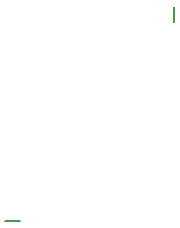
<source format=gbo>
G04 EAGLE Gerber RS-274X export*
G75*
%MOMM*%
%FSLAX34Y34*%
%LPD*%
%INSilkscreen Bottom*%
%IPPOS*%
%AMOC8*
5,1,8,0,0,1.08239X$1,22.5*%
G01*
%ADD10C,0.203200*%


D10*
X843930Y239350D02*
X843930Y252050D01*
X713550Y70470D02*
X700850Y70470D01*
M02*

</source>
